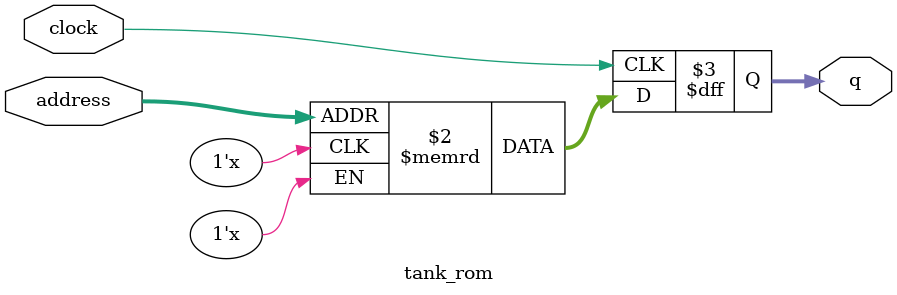
<source format=sv>
module tank_rom (
	input logic clock,
	input logic [10:0] address,
	output logic [1:0] q
);

logic [1:0] memory [0:6399];


always_ff @ (posedge clock) begin
	q <= memory[address];
end

endmodule

</source>
